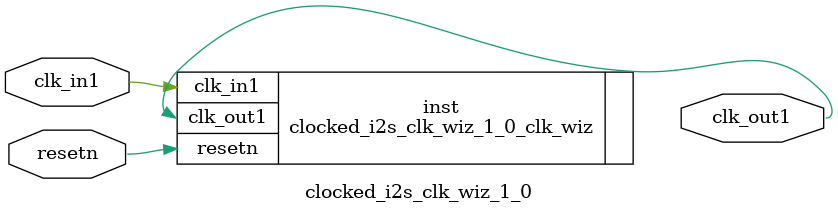
<source format=v>


`timescale 1ps/1ps

(* CORE_GENERATION_INFO = "clocked_i2s_clk_wiz_1_0,clk_wiz_v6_0_8_0_0,{component_name=clocked_i2s_clk_wiz_1_0,use_phase_alignment=true,use_min_o_jitter=false,use_max_i_jitter=true,use_dyn_phase_shift=false,use_inclk_switchover=false,use_dyn_reconfig=false,enable_axi=0,feedback_source=FDBK_AUTO,PRIMITIVE=PLL,num_out_clk=1,clkin1_period=8.000,clkin2_period=10.0,use_power_down=false,use_reset=true,use_locked=false,use_inclk_stopped=false,feedback_type=SINGLE,CLOCK_MGR_TYPE=NA,manual_override=false}" *)

module clocked_i2s_clk_wiz_1_0 
 (
  // Clock out ports
  output        clk_out1,
  // Status and control signals
  input         resetn,
 // Clock in ports
  input         clk_in1
 );

  clocked_i2s_clk_wiz_1_0_clk_wiz inst
  (
  // Clock out ports  
  .clk_out1(clk_out1),
  // Status and control signals               
  .resetn(resetn), 
 // Clock in ports
  .clk_in1(clk_in1)
  );

endmodule

</source>
